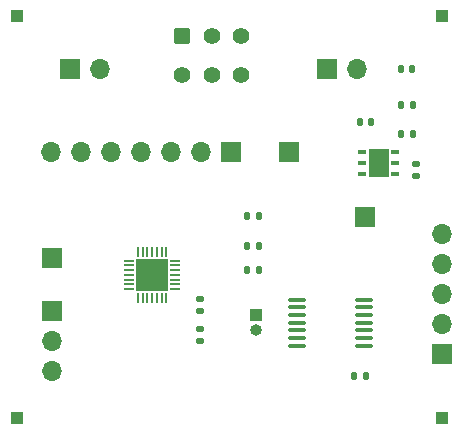
<source format=gbr>
G04 #@! TF.GenerationSoftware,KiCad,Pcbnew,8.0.02-1-dev-30dbafaf7c*
G04 #@! TF.CreationDate,2024-03-27T19:33:34-07:00*
G04 #@! TF.ProjectId,adpd1080_breakoutboard,61647064-3130-4383-905f-627265616b6f,rev?*
G04 #@! TF.SameCoordinates,Original*
G04 #@! TF.FileFunction,Soldermask,Top*
G04 #@! TF.FilePolarity,Negative*
%FSLAX46Y46*%
G04 Gerber Fmt 4.6, Leading zero omitted, Abs format (unit mm)*
G04 Created by KiCad (PCBNEW 8.0.02-1-dev-30dbafaf7c) date 2024-03-27 19:33:34*
%MOMM*%
%LPD*%
G01*
G04 APERTURE LIST*
G04 Aperture macros list*
%AMRoundRect*
0 Rectangle with rounded corners*
0 $1 Rounding radius*
0 $2 $3 $4 $5 $6 $7 $8 $9 X,Y pos of 4 corners*
0 Add a 4 corners polygon primitive as box body*
4,1,4,$2,$3,$4,$5,$6,$7,$8,$9,$2,$3,0*
0 Add four circle primitives for the rounded corners*
1,1,$1+$1,$2,$3*
1,1,$1+$1,$4,$5*
1,1,$1+$1,$6,$7*
1,1,$1+$1,$8,$9*
0 Add four rect primitives between the rounded corners*
20,1,$1+$1,$2,$3,$4,$5,0*
20,1,$1+$1,$4,$5,$6,$7,0*
20,1,$1+$1,$6,$7,$8,$9,0*
20,1,$1+$1,$8,$9,$2,$3,0*%
G04 Aperture macros list end*
%ADD10R,0.850000X0.200000*%
%ADD11R,0.200000X0.850000*%
%ADD12R,2.700000X2.700000*%
%ADD13R,1.700000X1.700000*%
%ADD14RoundRect,0.135000X0.185000X-0.135000X0.185000X0.135000X-0.185000X0.135000X-0.185000X-0.135000X0*%
%ADD15R,1.000000X1.000000*%
%ADD16O,1.700000X1.700000*%
%ADD17RoundRect,0.250000X-0.450000X-0.450000X0.450000X-0.450000X0.450000X0.450000X-0.450000X0.450000X0*%
%ADD18C,1.400000*%
%ADD19RoundRect,0.100000X-0.637500X-0.100000X0.637500X-0.100000X0.637500X0.100000X-0.637500X0.100000X0*%
%ADD20RoundRect,0.140000X0.140000X0.170000X-0.140000X0.170000X-0.140000X-0.170000X0.140000X-0.170000X0*%
%ADD21R,0.711200X0.406400*%
%ADD22R,1.752600X2.489200*%
%ADD23RoundRect,0.140000X-0.140000X-0.170000X0.140000X-0.170000X0.140000X0.170000X-0.140000X0.170000X0*%
%ADD24RoundRect,0.135000X-0.135000X-0.185000X0.135000X-0.185000X0.135000X0.185000X-0.135000X0.185000X0*%
%ADD25O,1.000000X1.000000*%
G04 APERTURE END LIST*
D10*
X36400000Y-45600000D03*
X36400000Y-45200000D03*
X36400000Y-44800000D03*
X36400000Y-44400000D03*
X36400000Y-44000000D03*
X36400000Y-43600000D03*
X36400000Y-43200000D03*
D11*
X35650000Y-42450000D03*
X35250000Y-42450000D03*
X34850000Y-42450000D03*
X34450000Y-42450000D03*
X34050000Y-42450000D03*
X33650000Y-42450000D03*
X33250000Y-42450000D03*
D10*
X32500000Y-43200000D03*
X32500000Y-43600000D03*
X32500000Y-44000000D03*
X32500000Y-44400000D03*
X32500000Y-44800000D03*
X32500000Y-45200000D03*
X32500000Y-45600000D03*
D11*
X33250000Y-46350000D03*
X33650000Y-46350000D03*
X34050000Y-46350000D03*
X34450000Y-46350000D03*
X34850000Y-46350000D03*
X35250000Y-46350000D03*
X35650000Y-46350000D03*
D12*
X34450000Y-44400000D03*
D13*
X52500000Y-39500000D03*
D14*
X38490000Y-50020000D03*
X38490000Y-49000000D03*
D15*
X59000000Y-22500000D03*
D13*
X59000000Y-51120000D03*
D16*
X59000000Y-48580000D03*
X59000000Y-46040000D03*
X59000000Y-43500000D03*
X59000000Y-40960000D03*
D14*
X38500000Y-47500000D03*
X38500000Y-46480000D03*
D13*
X46000000Y-34000000D03*
D17*
X37000000Y-24200000D03*
D18*
X39500000Y-24200000D03*
X42000000Y-24200000D03*
X42000000Y-27500000D03*
X39500000Y-27500000D03*
X37000000Y-27500000D03*
D19*
X46675000Y-46500000D03*
X46675000Y-47150000D03*
X46675000Y-47800000D03*
X46675000Y-48450000D03*
X46675000Y-49100000D03*
X46675000Y-49750000D03*
X46675000Y-50400000D03*
X52400000Y-50400000D03*
X52400000Y-49750000D03*
X52400000Y-49100000D03*
X52400000Y-48450000D03*
X52400000Y-47800000D03*
X52400000Y-47150000D03*
X52400000Y-46500000D03*
D13*
X26000000Y-47475000D03*
D16*
X26000000Y-50015000D03*
X26000000Y-52555000D03*
D20*
X56500000Y-32500000D03*
X55540000Y-32500000D03*
D14*
X56750000Y-36000000D03*
X56750000Y-34980000D03*
D13*
X41125000Y-34000000D03*
D16*
X38585000Y-34000000D03*
X36045000Y-34000000D03*
X33505000Y-34000000D03*
X30965000Y-34000000D03*
X28425000Y-34000000D03*
X25885000Y-34000000D03*
D20*
X56480000Y-27000000D03*
X55520000Y-27000000D03*
D21*
X52250000Y-34000000D03*
X52250000Y-34950001D03*
X52250000Y-35900002D03*
X55044000Y-35900002D03*
X55044000Y-34950001D03*
X55044000Y-34000000D03*
D22*
X53647000Y-34950001D03*
D20*
X56500000Y-30000000D03*
X55540000Y-30000000D03*
D15*
X23000000Y-56500000D03*
D23*
X42520000Y-39400000D03*
X43480000Y-39400000D03*
X42500000Y-42000000D03*
X43460000Y-42000000D03*
X42500000Y-44000000D03*
X43460000Y-44000000D03*
D15*
X59000000Y-56500000D03*
D24*
X51500000Y-53000000D03*
X52520000Y-53000000D03*
D13*
X26000000Y-43000000D03*
X49225000Y-27000000D03*
D16*
X51765000Y-27000000D03*
D15*
X23000000Y-22500000D03*
X43200000Y-47830000D03*
D25*
X43200000Y-49100000D03*
D23*
X52040000Y-31500000D03*
X53000000Y-31500000D03*
D13*
X27450000Y-27000000D03*
D16*
X29990000Y-27000000D03*
M02*

</source>
